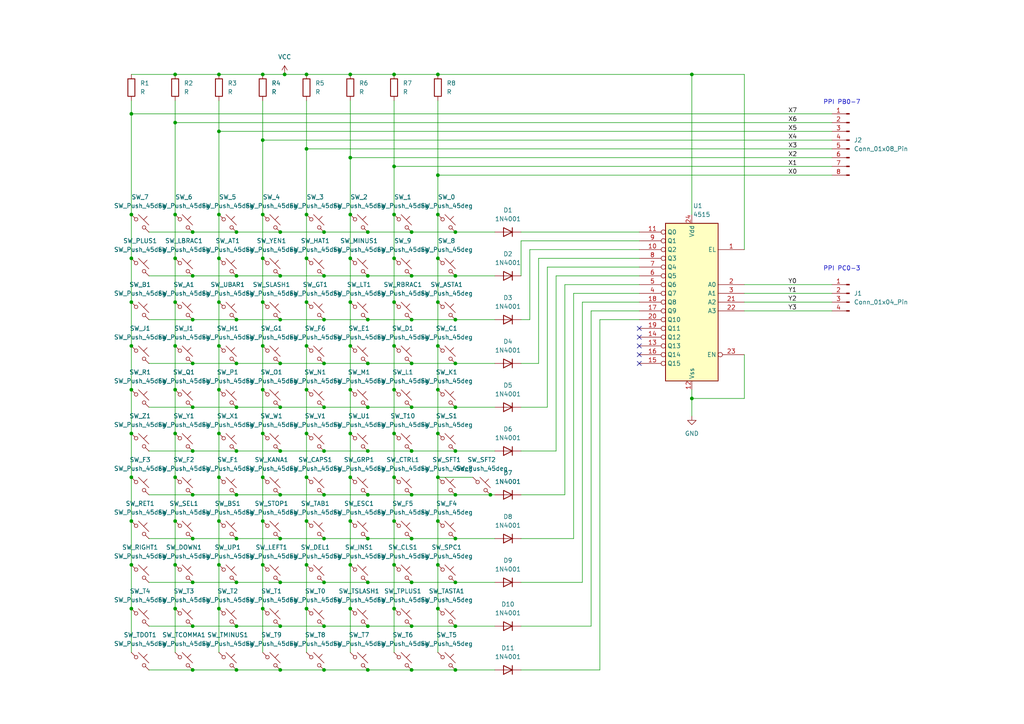
<source format=kicad_sch>
(kicad_sch (version 20230121) (generator eeschema)
  (paper "A4")
  (lib_symbols
    (symbol "4xxx_IEEE:4515"
      (property "Reference" "U" (at 6.35 24.13 0))
      (property "Value" "4515" (at 3.81 -24.13 0))
      (symbol "4515_1_1"
        (pin input line (at -15.24 15.24 0) (length 7.62) (name "EL") (number "1"))
        (pin output inverted (at 15.24 15.24 180) (length 7.62) (name "Q2") (number "10"))
        (pin output inverted (at 15.24 20.32 180) (length 7.62) (name "Q0") (number "11"))
        (pin power_in line (at 0 -25.4 90) (length 2.54) (name "Vss") (number "12"))
        (pin output inverted (at 15.24 -12.7 180) (length 7.62) (name "Q13") (number "13"))
        (pin output inverted (at 15.24 -10.16 180) (length 7.62) (name "Q12") (number "14"))
        (pin output inverted (at 15.24 -17.78 180) (length 7.62) (name "Q15") (number "15"))
        (pin output inverted (at 15.24 -15.24 180) (length 7.62) (name "Q14") (number "16"))
        (pin output inverted (at 15.24 -2.54 180) (length 7.62) (name "Q9") (number "17"))
        (pin output inverted (at 15.24 0 180) (length 7.62) (name "Q8") (number "18"))
        (pin output inverted (at 15.24 -7.62 180) (length 7.62) (name "Q11") (number "19"))
        (pin input line (at -15.24 5.08 0) (length 7.62) (name "A0") (number "2"))
        (pin output inverted (at 15.24 -5.08 180) (length 7.62) (name "Q10") (number "20"))
        (pin input line (at -15.24 0 0) (length 7.62) (name "A2") (number "21"))
        (pin input line (at -15.24 -2.54 0) (length 7.62) (name "A3") (number "22"))
        (pin input inverted (at -15.24 -15.24 0) (length 7.62) (name "EN") (number "23"))
        (pin power_in line (at 0 25.4 270) (length 2.54) (name "Vdd") (number "24"))
        (pin input line (at -15.24 2.54 0) (length 7.62) (name "A1") (number "3"))
        (pin output inverted (at 15.24 2.54 180) (length 7.62) (name "Q7") (number "4"))
        (pin output inverted (at 15.24 5.08 180) (length 7.62) (name "Q6") (number "5"))
        (pin output inverted (at 15.24 7.62 180) (length 7.62) (name "Q5") (number "6"))
        (pin output inverted (at 15.24 10.16 180) (length 7.62) (name "Q4") (number "7"))
        (pin output inverted (at 15.24 12.7 180) (length 7.62) (name "Q3") (number "8"))
        (pin output inverted (at 15.24 17.78 180) (length 7.62) (name "Q1") (number "9"))
      )
    )
    (symbol "Connector:Conn_01x04_Pin" (pin_names (offset 1.016) hide)
      (property "Reference" "J" (at 0 5.08 0))
      (property "Value" "Conn_01x04_Pin" (at 0 -7.62 0))
      (symbol "Conn_01x04_Pin_1_1"
        (pin passive line (at 5.08 2.54 180) (length 3.81) (name "Pin_1") (number "1"))
        (pin passive line (at 5.08 0 180) (length 3.81) (name "Pin_2") (number "2"))
        (pin passive line (at 5.08 -2.54 180) (length 3.81) (name "Pin_3") (number "3"))
        (pin passive line (at 5.08 -5.08 180) (length 3.81) (name "Pin_4") (number "4"))
      )
    )
    (symbol "Connector:Conn_01x08_Pin" (pin_names (offset 1.016) hide)
      (property "Reference" "J" (at 0 10.16 0))
      (property "Value" "Conn_01x08_Pin" (at 0 -12.7 0))
      (symbol "Conn_01x08_Pin_1_1"
        (pin passive line (at 5.08 7.62 180) (length 3.81) (name "Pin_1") (number "1"))
        (pin passive line (at 5.08 5.08 180) (length 3.81) (name "Pin_2") (number "2"))
        (pin passive line (at 5.08 2.54 180) (length 3.81) (name "Pin_3") (number "3"))
        (pin passive line (at 5.08 0 180) (length 3.81) (name "Pin_4") (number "4"))
        (pin passive line (at 5.08 -2.54 180) (length 3.81) (name "Pin_5") (number "5"))
        (pin passive line (at 5.08 -5.08 180) (length 3.81) (name "Pin_6") (number "6"))
        (pin passive line (at 5.08 -7.62 180) (length 3.81) (name "Pin_7") (number "7"))
        (pin passive line (at 5.08 -10.16 180) (length 3.81) (name "Pin_8") (number "8"))
      )
    )
    (symbol "Device:R" (pin_numbers hide) (pin_names (offset 0))
      (property "Reference" "R" (at 2.032 0 90))
      (property "Value" "R" (at 0 0 90))
      (symbol "R_1_1"
        (pin passive line (at 0 3.81 270) (length 1.27) (name "~") (number "1"))
        (pin passive line (at 0 -3.81 90) (length 1.27) (name "~") (number "2"))
      )
    )
    (symbol "Diode:1N4001" (pin_numbers hide) (pin_names hide)
      (property "Reference" "D" (at 0 2.54 0))
      (property "Value" "1N4001" (at 0 -2.54 0))
      (symbol "1N4001_1_1"
        (pin passive line (at -3.81 0 0) (length 2.54) (name "K") (number "1"))
        (pin passive line (at 3.81 0 180) (length 2.54) (name "A") (number "2"))
      )
    )
    (symbol "Switch:SW_Push_45deg" (pin_numbers hide) (pin_names (offset 1.016) hide)
      (property "Reference" "SW" (at 3.048 1.016 0))
      (property "Value" "SW_Push_45deg" (at 0 -3.81 0))
      (symbol "SW_Push_45deg_0_1"
        (pin passive line (at -2.54 2.54 0) (length 0) (name "1") (number "1"))
        (pin passive line (at 2.54 -2.54 180) (length 0) (name "2") (number "2"))
      )
    )
    (symbol "power:GND" (power) (pin_names (offset 0))
      (property "Value" "GND" (at 0 -3.81 0))
      (symbol "GND_1_1"
        (pin power_in line (at 0 0 270) (length 0) hide (name "GND") (number "1"))
      )
    )
    (symbol "power:VCC" (power) (pin_names (offset 0))
      (property "Value" "VCC" (at 0 3.81 0))
      (symbol "VCC_1_1"
        (pin power_in line (at 0 0 90) (length 0) hide (name "VCC") (number "1"))
      )
    )
  )
  (junction (at 55.88 181.61))
  (junction (at 88.9 151.13))
  (junction (at 101.6 151.13))
  (junction (at 76.2 113.03))
  (junction (at 114.3 125.73))
  (junction (at 114.3 48.26))
  (junction (at 76.2 87.63))
  (junction (at 81.28 130.81))
  (junction (at 127 163.83))
  (junction (at 142.24 143.51))
  (junction (at 119.38 118.11))
  (junction (at 63.5 125.73))
  (junction (at 63.5 163.83))
  (junction (at 55.88 143.51))
  (junction (at 114.3 176.53))
  (junction (at 132.08 156.21))
  (junction (at 127 113.03))
  (junction (at 63.5 100.33))
  (junction (at 101.6 176.53))
  (junction (at 88.9 113.03))
  (junction (at 38.1 113.03))
  (junction (at 76.2 138.43))
  (junction (at 93.98 130.81))
  (junction (at 38.1 138.43))
  (junction (at 88.9 163.83))
  (junction (at 68.58 143.51))
  (junction (at 68.58 92.71))
  (junction (at 63.5 74.93))
  (junction (at 76.2 151.13))
  (junction (at 76.2 74.93))
  (junction (at 114.3 113.03))
  (junction (at 76.2 40.64))
  (junction (at 38.1 125.73))
  (junction (at 50.8 62.23))
  (junction (at 132.08 118.11))
  (junction (at 127 125.73))
  (junction (at 101.6 21.59))
  (junction (at 106.68 130.81))
  (junction (at 132.08 143.51))
  (junction (at 101.6 163.83))
  (junction (at 101.6 125.73))
  (junction (at 76.2 62.23))
  (junction (at 68.58 118.11))
  (junction (at 114.3 87.63))
  (junction (at 132.08 194.31))
  (junction (at 119.38 130.81))
  (junction (at 132.08 130.81))
  (junction (at 50.8 113.03))
  (junction (at 50.8 87.63))
  (junction (at 106.68 143.51))
  (junction (at 119.38 181.61))
  (junction (at 38.1 100.33))
  (junction (at 63.5 21.59))
  (junction (at 81.28 156.21))
  (junction (at 55.88 168.91))
  (junction (at 127 151.13))
  (junction (at 76.2 163.83))
  (junction (at 114.3 163.83))
  (junction (at 93.98 194.31))
  (junction (at 68.58 105.41))
  (junction (at 81.28 67.31))
  (junction (at 50.8 35.56))
  (junction (at 114.3 138.43))
  (junction (at 81.28 105.41))
  (junction (at 114.3 100.33))
  (junction (at 55.88 156.21))
  (junction (at 132.08 181.61))
  (junction (at 93.98 92.71))
  (junction (at 119.38 105.41))
  (junction (at 81.28 168.91))
  (junction (at 114.3 62.23))
  (junction (at 82.55 21.59))
  (junction (at 81.28 143.51))
  (junction (at 55.88 105.41))
  (junction (at 50.8 125.73))
  (junction (at 119.38 168.91))
  (junction (at 50.8 74.93))
  (junction (at 88.9 125.73))
  (junction (at 93.98 118.11))
  (junction (at 38.1 87.63))
  (junction (at 50.8 163.83))
  (junction (at 101.6 113.03))
  (junction (at 114.3 74.93))
  (junction (at 93.98 156.21))
  (junction (at 88.9 21.59))
  (junction (at 132.08 92.71))
  (junction (at 38.1 176.53))
  (junction (at 132.08 80.01))
  (junction (at 119.38 67.31))
  (junction (at 50.8 100.33))
  (junction (at 50.8 151.13))
  (junction (at 76.2 125.73))
  (junction (at 50.8 21.59))
  (junction (at 114.3 21.59))
  (junction (at 38.1 163.83))
  (junction (at 76.2 100.33))
  (junction (at 106.68 118.11))
  (junction (at 55.88 194.31))
  (junction (at 106.68 92.71))
  (junction (at 38.1 74.93))
  (junction (at 63.5 62.23))
  (junction (at 88.9 100.33))
  (junction (at 81.28 181.61))
  (junction (at 68.58 194.31))
  (junction (at 101.6 45.72))
  (junction (at 55.88 130.81))
  (junction (at 88.9 74.93))
  (junction (at 50.8 176.53))
  (junction (at 119.38 194.31))
  (junction (at 88.9 87.63))
  (junction (at 101.6 100.33))
  (junction (at 81.28 92.71))
  (junction (at 81.28 194.31))
  (junction (at 88.9 176.53))
  (junction (at 63.5 38.1))
  (junction (at 63.5 138.43))
  (junction (at 68.58 67.31))
  (junction (at 50.8 138.43))
  (junction (at 68.58 181.61))
  (junction (at 93.98 181.61))
  (junction (at 127 21.59))
  (junction (at 93.98 168.91))
  (junction (at 55.88 80.01))
  (junction (at 127 100.33))
  (junction (at 68.58 130.81))
  (junction (at 55.88 92.71))
  (junction (at 119.38 80.01))
  (junction (at 106.68 80.01))
  (junction (at 127 50.8))
  (junction (at 93.98 105.41))
  (junction (at 38.1 33.02))
  (junction (at 106.68 168.91))
  (junction (at 101.6 62.23))
  (junction (at 38.1 62.23))
  (junction (at 63.5 113.03))
  (junction (at 68.58 168.91))
  (junction (at 127 138.43))
  (junction (at 88.9 138.43))
  (junction (at 55.88 118.11))
  (junction (at 55.88 67.31))
  (junction (at 101.6 138.43))
  (junction (at 81.28 80.01))
  (junction (at 81.28 118.11))
  (junction (at 127 62.23))
  (junction (at 119.38 92.71))
  (junction (at 93.98 80.01))
  (junction (at 63.5 176.53))
  (junction (at 127 74.93))
  (junction (at 76.2 21.59))
  (junction (at 132.08 105.41))
  (junction (at 101.6 87.63))
  (junction (at 101.6 74.93))
  (junction (at 68.58 156.21))
  (junction (at 106.68 105.41))
  (junction (at 63.5 151.13))
  (junction (at 106.68 67.31))
  (junction (at 114.3 151.13))
  (junction (at 88.9 62.23))
  (junction (at 88.9 43.18))
  (junction (at 127 87.63))
  (junction (at 119.38 143.51))
  (junction (at 106.68 156.21))
  (junction (at 106.68 181.61))
  (junction (at 68.58 80.01))
  (junction (at 38.1 151.13))
  (junction (at 132.08 168.91))
  (junction (at 106.68 194.31))
  (junction (at 200.66 21.59))
  (junction (at 127 176.53))
  (junction (at 132.08 67.31))
  (junction (at 93.98 143.51))
  (junction (at 76.2 176.53))
  (junction (at 119.38 156.21))
  (junction (at 200.66 115.57))
  (junction (at 63.5 87.63))
  (junction (at 93.98 67.31))
  (no_connect (at 185.42 97.79))
  (no_connect (at 185.42 102.87))
  (no_connect (at 185.42 105.41))
  (no_connect (at 185.42 95.25))
  (no_connect (at 185.42 100.33))
  (wire (pts (xy 163.83 82.55) (xy 163.83 143.51)))
  (wire (pts (xy 200.66 21.59) (xy 200.66 62.23)))
  (wire (pts (xy 68.58 105.41) (xy 81.28 105.41)))
  (wire (pts (xy 88.9 138.43) (xy 88.9 151.13)))
  (wire (pts (xy 81.28 130.81) (xy 93.98 130.81)))
  (wire (pts (xy 76.2 113.03) (xy 76.2 125.73)))
  (wire (pts (xy 119.38 194.31) (xy 132.08 194.31)))
  (wire (pts (xy 63.5 151.13) (xy 63.5 163.83)))
  (wire (pts (xy 132.08 67.31) (xy 143.51 67.31)))
  (wire (pts (xy 63.5 138.43) (xy 63.5 151.13)))
  (wire (pts (xy 93.98 130.81) (xy 106.68 130.81)))
  (wire (pts (xy 106.68 181.61) (xy 119.38 181.61)))
  (wire (pts (xy 88.9 176.53) (xy 88.9 189.23)))
  (wire (pts (xy 106.68 194.31) (xy 119.38 194.31)))
  (wire (pts (xy 114.3 125.73) (xy 114.3 138.43)))
  (wire (pts (xy 55.88 194.31) (xy 68.58 194.31)))
  (wire (pts (xy 50.8 100.33) (xy 50.8 113.03)))
  (wire (pts (xy 81.28 118.11) (xy 93.98 118.11)))
  (wire (pts (xy 38.1 138.43) (xy 38.1 151.13)))
  (wire (pts (xy 185.42 92.71) (xy 173.99 92.71)))
  (wire (pts (xy 106.68 156.21) (xy 119.38 156.21)))
  (wire (pts (xy 76.2 40.64) (xy 241.3 40.64)))
  (wire (pts (xy 76.2 40.64) (xy 76.2 62.23)))
  (wire (pts (xy 101.6 100.33) (xy 101.6 113.03)))
  (wire (pts (xy 106.68 168.91) (xy 119.38 168.91)))
  (wire (pts (xy 55.88 118.11) (xy 68.58 118.11)))
  (wire (pts (xy 76.2 100.33) (xy 76.2 113.03)))
  (wire (pts (xy 127 29.21) (xy 127 50.8)))
  (wire (pts (xy 88.9 29.21) (xy 88.9 43.18)))
  (wire (pts (xy 38.1 74.93) (xy 38.1 87.63)))
  (wire (pts (xy 63.5 176.53) (xy 63.5 189.23)))
  (wire (pts (xy 119.38 168.91) (xy 132.08 168.91)))
  (wire (pts (xy 185.42 74.93) (xy 156.21 74.93)))
  (wire (pts (xy 215.9 87.63) (xy 241.3 87.63)))
  (wire (pts (xy 185.42 87.63) (xy 168.91 87.63)))
  (wire (pts (xy 119.38 80.01) (xy 132.08 80.01)))
  (wire (pts (xy 76.2 87.63) (xy 76.2 100.33)))
  (wire (pts (xy 43.18 143.51) (xy 55.88 143.51)))
  (wire (pts (xy 114.3 74.93) (xy 114.3 87.63)))
  (wire (pts (xy 81.28 67.31) (xy 93.98 67.31)))
  (wire (pts (xy 127 113.03) (xy 127 125.73)))
  (wire (pts (xy 101.6 176.53) (xy 101.6 189.23)))
  (wire (pts (xy 101.6 29.21) (xy 101.6 45.72)))
  (wire (pts (xy 81.28 156.21) (xy 93.98 156.21)))
  (wire (pts (xy 50.8 35.56) (xy 241.3 35.56)))
  (wire (pts (xy 185.42 80.01) (xy 161.29 80.01)))
  (wire (pts (xy 63.5 113.03) (xy 63.5 125.73)))
  (wire (pts (xy 101.6 151.13) (xy 101.6 163.83)))
  (wire (pts (xy 63.5 74.93) (xy 63.5 87.63)))
  (wire (pts (xy 38.1 33.02) (xy 241.3 33.02)))
  (wire (pts (xy 106.68 143.51) (xy 119.38 143.51)))
  (wire (pts (xy 38.1 62.23) (xy 38.1 74.93)))
  (wire (pts (xy 106.68 92.71) (xy 119.38 92.71)))
  (wire (pts (xy 156.21 105.41) (xy 151.13 105.41)))
  (wire (pts (xy 50.8 74.93) (xy 50.8 87.63)))
  (wire (pts (xy 114.3 138.43) (xy 114.3 151.13)))
  (wire (pts (xy 114.3 113.03) (xy 114.3 125.73)))
  (wire (pts (xy 215.9 72.39) (xy 215.9 21.59)))
  (wire (pts (xy 101.6 21.59) (xy 114.3 21.59)))
  (wire (pts (xy 38.1 125.73) (xy 38.1 138.43)))
  (wire (pts (xy 185.42 90.17) (xy 171.45 90.17)))
  (wire (pts (xy 101.6 62.23) (xy 101.6 74.93)))
  (wire (pts (xy 38.1 100.33) (xy 38.1 113.03)))
  (wire (pts (xy 127 163.83) (xy 127 176.53)))
  (wire (pts (xy 119.38 143.51) (xy 132.08 143.51)))
  (wire (pts (xy 76.2 62.23) (xy 76.2 74.93)))
  (wire (pts (xy 68.58 118.11) (xy 81.28 118.11)))
  (wire (pts (xy 114.3 21.59) (xy 127 21.59)))
  (wire (pts (xy 81.28 143.51) (xy 93.98 143.51)))
  (wire (pts (xy 132.08 181.61) (xy 143.51 181.61)))
  (wire (pts (xy 55.88 67.31) (xy 68.58 67.31)))
  (wire (pts (xy 43.18 194.31) (xy 55.88 194.31)))
  (wire (pts (xy 63.5 21.59) (xy 76.2 21.59)))
  (wire (pts (xy 153.67 72.39) (xy 153.67 92.71)))
  (wire (pts (xy 68.58 80.01) (xy 81.28 80.01)))
  (wire (pts (xy 55.88 143.51) (xy 68.58 143.51)))
  (wire (pts (xy 114.3 29.21) (xy 114.3 48.26)))
  (wire (pts (xy 55.88 156.21) (xy 68.58 156.21)))
  (wire (pts (xy 127 50.8) (xy 241.3 50.8)))
  (wire (pts (xy 43.18 92.71) (xy 55.88 92.71)))
  (wire (pts (xy 119.38 92.71) (xy 132.08 92.71)))
  (wire (pts (xy 43.18 168.91) (xy 55.88 168.91)))
  (wire (pts (xy 119.38 105.41) (xy 132.08 105.41)))
  (wire (pts (xy 50.8 176.53) (xy 50.8 189.23)))
  (wire (pts (xy 185.42 69.85) (xy 151.13 69.85)))
  (wire (pts (xy 81.28 92.71) (xy 93.98 92.71)))
  (wire (pts (xy 81.28 181.61) (xy 93.98 181.61)))
  (wire (pts (xy 76.2 138.43) (xy 76.2 151.13)))
  (wire (pts (xy 55.88 130.81) (xy 68.58 130.81)))
  (wire (pts (xy 215.9 90.17) (xy 241.3 90.17)))
  (wire (pts (xy 50.8 87.63) (xy 50.8 100.33)))
  (wire (pts (xy 38.1 21.59) (xy 50.8 21.59)))
  (wire (pts (xy 132.08 80.01) (xy 143.51 80.01)))
  (wire (pts (xy 151.13 69.85) (xy 151.13 80.01)))
  (wire (pts (xy 106.68 67.31) (xy 119.38 67.31)))
  (wire (pts (xy 171.45 181.61) (xy 151.13 181.61)))
  (wire (pts (xy 76.2 29.21) (xy 76.2 40.64)))
  (wire (pts (xy 114.3 163.83) (xy 114.3 176.53)))
  (wire (pts (xy 76.2 21.59) (xy 82.55 21.59)))
  (wire (pts (xy 166.37 85.09) (xy 166.37 156.21)))
  (wire (pts (xy 50.8 62.23) (xy 50.8 74.93)))
  (wire (pts (xy 119.38 67.31) (xy 132.08 67.31)))
  (wire (pts (xy 132.08 92.71) (xy 143.51 92.71)))
  (wire (pts (xy 215.9 115.57) (xy 200.66 115.57)))
  (wire (pts (xy 43.18 156.21) (xy 55.88 156.21)))
  (wire (pts (xy 161.29 130.81) (xy 151.13 130.81)))
  (wire (pts (xy 63.5 163.83) (xy 63.5 176.53)))
  (wire (pts (xy 127 176.53) (xy 127 189.23)))
  (wire (pts (xy 127 138.43) (xy 137.16 138.43)))
  (wire (pts (xy 43.18 67.31) (xy 55.88 67.31)))
  (wire (pts (xy 101.6 74.93) (xy 101.6 87.63)))
  (wire (pts (xy 63.5 125.73) (xy 63.5 138.43)))
  (wire (pts (xy 55.88 92.71) (xy 68.58 92.71)))
  (wire (pts (xy 55.88 181.61) (xy 68.58 181.61)))
  (wire (pts (xy 43.18 130.81) (xy 55.88 130.81)))
  (wire (pts (xy 101.6 45.72) (xy 101.6 62.23)))
  (wire (pts (xy 43.18 181.61) (xy 55.88 181.61)))
  (wire (pts (xy 153.67 92.71) (xy 151.13 92.71)))
  (wire (pts (xy 119.38 118.11) (xy 132.08 118.11)))
  (wire (pts (xy 127 50.8) (xy 127 62.23)))
  (wire (pts (xy 173.99 194.31) (xy 151.13 194.31)))
  (wire (pts (xy 43.18 105.41) (xy 55.88 105.41)))
  (wire (pts (xy 50.8 151.13) (xy 50.8 163.83)))
  (wire (pts (xy 185.42 85.09) (xy 166.37 85.09)))
  (wire (pts (xy 171.45 90.17) (xy 171.45 181.61)))
  (wire (pts (xy 88.9 87.63) (xy 88.9 100.33)))
  (wire (pts (xy 81.28 105.41) (xy 93.98 105.41)))
  (wire (pts (xy 106.68 118.11) (xy 119.38 118.11)))
  (wire (pts (xy 68.58 130.81) (xy 81.28 130.81)))
  (wire (pts (xy 88.9 21.59) (xy 101.6 21.59)))
  (wire (pts (xy 93.98 80.01) (xy 106.68 80.01)))
  (wire (pts (xy 50.8 163.83) (xy 50.8 176.53)))
  (wire (pts (xy 63.5 87.63) (xy 63.5 100.33)))
  (wire (pts (xy 127 87.63) (xy 127 100.33)))
  (wire (pts (xy 101.6 113.03) (xy 101.6 125.73)))
  (wire (pts (xy 132.08 105.41) (xy 143.51 105.41)))
  (wire (pts (xy 114.3 48.26) (xy 241.3 48.26)))
  (wire (pts (xy 132.08 156.21) (xy 143.51 156.21)))
  (wire (pts (xy 93.98 105.41) (xy 106.68 105.41)))
  (wire (pts (xy 93.98 92.71) (xy 106.68 92.71)))
  (wire (pts (xy 127 74.93) (xy 127 87.63)))
  (wire (pts (xy 158.75 77.47) (xy 158.75 118.11)))
  (wire (pts (xy 55.88 105.41) (xy 68.58 105.41)))
  (wire (pts (xy 106.68 105.41) (xy 119.38 105.41)))
  (wire (pts (xy 38.1 113.03) (xy 38.1 125.73)))
  (wire (pts (xy 168.91 168.91) (xy 151.13 168.91)))
  (wire (pts (xy 101.6 45.72) (xy 241.3 45.72)))
  (wire (pts (xy 43.18 118.11) (xy 55.88 118.11)))
  (wire (pts (xy 163.83 143.51) (xy 151.13 143.51)))
  (wire (pts (xy 114.3 176.53) (xy 114.3 189.23)))
  (wire (pts (xy 127 151.13) (xy 127 163.83)))
  (wire (pts (xy 93.98 156.21) (xy 106.68 156.21)))
  (wire (pts (xy 76.2 176.53) (xy 76.2 189.23)))
  (wire (pts (xy 88.9 163.83) (xy 88.9 176.53)))
  (wire (pts (xy 101.6 125.73) (xy 101.6 138.43)))
  (wire (pts (xy 119.38 130.81) (xy 132.08 130.81)))
  (wire (pts (xy 88.9 100.33) (xy 88.9 113.03)))
  (wire (pts (xy 43.18 80.01) (xy 55.88 80.01)))
  (wire (pts (xy 215.9 102.87) (xy 215.9 115.57)))
  (wire (pts (xy 215.9 85.09) (xy 241.3 85.09)))
  (wire (pts (xy 158.75 118.11) (xy 151.13 118.11)))
  (wire (pts (xy 93.98 194.31) (xy 106.68 194.31)))
  (wire (pts (xy 127 138.43) (xy 127 151.13)))
  (wire (pts (xy 132.08 118.11) (xy 143.51 118.11)))
  (wire (pts (xy 50.8 125.73) (xy 50.8 138.43)))
  (wire (pts (xy 88.9 43.18) (xy 88.9 62.23)))
  (wire (pts (xy 38.1 176.53) (xy 38.1 189.23)))
  (wire (pts (xy 151.13 67.31) (xy 185.42 67.31)))
  (wire (pts (xy 50.8 21.59) (xy 63.5 21.59)))
  (wire (pts (xy 142.24 143.51) (xy 143.51 143.51)))
  (wire (pts (xy 101.6 163.83) (xy 101.6 176.53)))
  (wire (pts (xy 81.28 194.31) (xy 93.98 194.31)))
  (wire (pts (xy 106.68 130.81) (xy 119.38 130.81)))
  (wire (pts (xy 63.5 100.33) (xy 63.5 113.03)))
  (wire (pts (xy 68.58 194.31) (xy 81.28 194.31)))
  (wire (pts (xy 132.08 194.31) (xy 143.51 194.31)))
  (wire (pts (xy 68.58 156.21) (xy 81.28 156.21)))
  (wire (pts (xy 114.3 62.23) (xy 114.3 74.93)))
  (wire (pts (xy 93.98 143.51) (xy 106.68 143.51)))
  (wire (pts (xy 127 62.23) (xy 127 74.93)))
  (wire (pts (xy 106.68 80.01) (xy 119.38 80.01)))
  (wire (pts (xy 55.88 80.01) (xy 68.58 80.01)))
  (wire (pts (xy 55.88 168.91) (xy 68.58 168.91)))
  (wire (pts (xy 50.8 138.43) (xy 50.8 151.13)))
  (wire (pts (xy 93.98 118.11) (xy 106.68 118.11)))
  (wire (pts (xy 88.9 113.03) (xy 88.9 125.73)))
  (wire (pts (xy 81.28 168.91) (xy 93.98 168.91)))
  (wire (pts (xy 88.9 62.23) (xy 88.9 74.93)))
  (wire (pts (xy 101.6 138.43) (xy 101.6 151.13)))
  (wire (pts (xy 50.8 35.56) (xy 50.8 62.23)))
  (wire (pts (xy 68.58 168.91) (xy 81.28 168.91)))
  (wire (pts (xy 38.1 151.13) (xy 38.1 163.83)))
  (wire (pts (xy 132.08 143.51) (xy 142.24 143.51)))
  (wire (pts (xy 50.8 113.03) (xy 50.8 125.73)))
  (wire (pts (xy 215.9 21.59) (xy 200.66 21.59)))
  (wire (pts (xy 93.98 168.91) (xy 106.68 168.91)))
  (wire (pts (xy 119.38 181.61) (xy 132.08 181.61)))
  (wire (pts (xy 185.42 72.39) (xy 153.67 72.39)))
  (wire (pts (xy 93.98 181.61) (xy 106.68 181.61)))
  (wire (pts (xy 68.58 143.51) (xy 81.28 143.51)))
  (wire (pts (xy 38.1 29.21) (xy 38.1 33.02)))
  (wire (pts (xy 127 21.59) (xy 200.66 21.59)))
  (wire (pts (xy 76.2 125.73) (xy 76.2 138.43)))
  (wire (pts (xy 68.58 67.31) (xy 81.28 67.31)))
  (wire (pts (xy 50.8 29.21) (xy 50.8 35.56)))
  (wire (pts (xy 185.42 77.47) (xy 158.75 77.47)))
  (wire (pts (xy 68.58 181.61) (xy 81.28 181.61)))
  (wire (pts (xy 161.29 80.01) (xy 161.29 130.81)))
  (wire (pts (xy 63.5 62.23) (xy 63.5 74.93)))
  (wire (pts (xy 185.42 82.55) (xy 163.83 82.55)))
  (wire (pts (xy 76.2 74.93) (xy 76.2 87.63)))
  (wire (pts (xy 168.91 87.63) (xy 168.91 168.91)))
  (wire (pts (xy 215.9 82.55) (xy 241.3 82.55)))
  (wire (pts (xy 63.5 38.1) (xy 63.5 62.23)))
  (wire (pts (xy 38.1 33.02) (xy 38.1 62.23)))
  (wire (pts (xy 101.6 87.63) (xy 101.6 100.33)))
  (wire (pts (xy 114.3 48.26) (xy 114.3 62.23)))
  (wire (pts (xy 63.5 38.1) (xy 241.3 38.1)))
  (wire (pts (xy 132.08 130.81) (xy 143.51 130.81)))
  (wire (pts (xy 68.58 92.71) (xy 81.28 92.71)))
  (wire (pts (xy 38.1 163.83) (xy 38.1 176.53)))
  (wire (pts (xy 88.9 125.73) (xy 88.9 138.43)))
  (wire (pts (xy 82.55 21.59) (xy 88.9 21.59)))
  (wire (pts (xy 88.9 151.13) (xy 88.9 163.83)))
  (wire (pts (xy 114.3 87.63) (xy 114.3 100.33)))
  (wire (pts (xy 76.2 151.13) (xy 76.2 163.83)))
  (wire (pts (xy 166.37 156.21) (xy 151.13 156.21)))
  (wire (pts (xy 156.21 74.93) (xy 156.21 105.41)))
  (wire (pts (xy 173.99 92.71) (xy 173.99 194.31)))
  (wire (pts (xy 63.5 29.21) (xy 63.5 38.1)))
  (wire (pts (xy 114.3 100.33) (xy 114.3 113.03)))
  (wire (pts (xy 38.1 87.63) (xy 38.1 100.33)))
  (wire (pts (xy 119.38 156.21) (xy 132.08 156.21)))
  (wire (pts (xy 88.9 74.93) (xy 88.9 87.63)))
  (wire (pts (xy 127 125.73) (xy 127 138.43)))
  (wire (pts (xy 93.98 67.31) (xy 106.68 67.31)))
  (wire (pts (xy 81.28 80.01) (xy 93.98 80.01)))
  (wire (pts (xy 200.66 115.57) (xy 200.66 113.03)))
  (wire (pts (xy 88.9 43.18) (xy 241.3 43.18)))
  (wire (pts (xy 127 100.33) (xy 127 113.03)))
  (wire (pts (xy 76.2 163.83) (xy 76.2 176.53)))
  (wire (pts (xy 114.3 151.13) (xy 114.3 163.83)))
  (wire (pts (xy 132.08 168.91) (xy 143.51 168.91)))
  (wire (pts (xy 200.66 120.65) (xy 200.66 115.57)))
  (text "PPI PC0-3" (at 238.76 78.74 0) (effects (font (size 1.27 1.27)) (justify left bottom)))
  (text "PPI PB0-7" (at 238.76 30.48 0) (effects (font (size 1.27 1.27)) (justify left bottom)))
  (label "Y0" (at 228.6 82.55 0))
  (label "Y2" (at 228.6 87.63 0))
  (label "X1" (at 228.6 48.26 0))
  (label "Y3" (at 228.6 90.17 0))
  (label "Y1" (at 228.6 85.09 0))
  (label "X2" (at 228.6 45.72 0))
  (label "X3" (at 228.6 43.18 0))
  (label "X6" (at 228.6 35.56 0))
  (label "X0" (at 228.6 50.8 0))
  (label "X5" (at 228.6 38.1 0))
  (label "X7" (at 228.6 33.02 0))
  (label "X4" (at 228.6 40.64 0))
  (symbol (lib_id "Switch:SW_Push_45deg") (at 66.04 166.37 0) (unit 1)
    (property "Reference" "SW_UP1" (at 66.04 158.75 0))
    (property "Value" "SW_Push_45deg" (at 66.04 161.29 0))
    (property "Footprint" "1-Keyboard:CherryMX_1.25U" (effects hide))
  )
  (symbol (lib_id "Switch:SW_Push_45deg") (at 53.34 77.47 0) (unit 1)
    (property "Reference" "SW_LBRAC1" (at 53.34 69.85 0))
    (property "Value" "SW_Push_45deg" (at 53.34 72.39 0))
    (property "Footprint" "1-Keyboard:CherryMX_1.25U" (effects hide))
  )
  (symbol (lib_id "Switch:SW_Push_45deg") (at 78.74 102.87 0) (unit 1)
    (property "Reference" "SW_G1" (at 78.74 95.25 0))
    (property "Value" "SW_Push_45deg" (at 78.74 97.79 0))
    (property "Footprint" "1-Keyboard:CherryMX_1.25U" (effects hide))
  )
  (symbol (lib_id "Switch:SW_Push_45deg") (at 104.14 179.07 0) (unit 1)
    (property "Reference" "SW_TSLASH1" (at 104.14 171.45 0))
    (property "Value" "SW_Push_45deg" (at 104.14 173.99 0))
    (property "Footprint" "1-Keyboard:CherryMX_1.25U" (effects hide))
  )
  (symbol (lib_id "Diode:1N4001") (at 147.32 143.51 180) (unit 1)
    (property "Reference" "D7" (at 147.32 137.16 0))
    (property "Value" "1N4001" (at 147.32 139.7 0))
    (property "Footprint" "Diode_THT:D_DO-41_SOD81_P10.16mm_Horizontal" (effects hide))
    (property "Datasheet" "http://www.vishay.com/docs/88503/1n4001.pdf" (effects hide))
    (property "Sim.Device" "D" (effects hide))
    (property "Sim.Pins" "1=K 2=A" (effects hide))
  )
  (symbol (lib_id "Switch:SW_Push_45deg") (at 53.34 102.87 0) (unit 1)
    (property "Reference" "SW_I1" (at 53.34 95.25 0))
    (property "Value" "SW_Push_45deg" (at 53.34 97.79 0))
    (property "Footprint" "1-Keyboard:CherryMX_1.25U" (effects hide))
  )
  (symbol (lib_id "Switch:SW_Push_45deg") (at 104.14 102.87 0) (unit 1)
    (property "Reference" "SW_E1" (at 104.14 95.25 0))
    (property "Value" "SW_Push_45deg" (at 104.14 97.79 0))
    (property "Footprint" "1-Keyboard:CherryMX_1.25U" (effects hide))
  )
  (symbol (lib_id "Switch:SW_Push_45deg") (at 104.14 140.97 0) (unit 1)
    (property "Reference" "SW_GRP1" (at 104.14 133.35 0))
    (property "Value" "SW_Push_45deg" (at 104.14 135.89 0))
    (property "Footprint" "1-Keyboard:CherryMX_1.25U" (effects hide))
  )
  (symbol (lib_id "Switch:SW_Push_45deg") (at 40.64 102.87 0) (unit 1)
    (property "Reference" "SW_J1" (at 40.64 95.25 0))
    (property "Value" "SW_Push_45deg" (at 40.64 97.79 0))
    (property "Footprint" "1-Keyboard:CherryMX_1.25U" (effects hide))
  )
  (symbol (lib_id "Switch:SW_Push_45deg") (at 129.54 166.37 0) (unit 1)
    (property "Reference" "SW_SPC1" (at 129.54 158.75 0))
    (property "Value" "SW_Push_45deg" (at 129.54 161.29 0))
    (property "Footprint" "1-Keyboard:CherryMX_1.25U" (effects hide))
  )
  (symbol (lib_id "Switch:SW_Push_45deg") (at 40.64 115.57 0) (unit 1)
    (property "Reference" "SW_R1" (at 40.64 107.95 0))
    (property "Value" "SW_Push_45deg" (at 40.64 110.49 0))
    (property "Footprint" "1-Keyboard:CherryMX_1.25U" (effects hide))
  )
  (symbol (lib_id "Switch:SW_Push_45deg") (at 116.84 77.47 0) (unit 1)
    (property "Reference" "SW_9" (at 116.84 69.85 0))
    (property "Value" "SW_Push_45deg" (at 116.84 72.39 0))
    (property "Footprint" "1-Keyboard:CherryMX_1.25U" (effects hide))
  )
  (symbol (lib_id "Switch:SW_Push_45deg") (at 40.64 166.37 0) (unit 1)
    (property "Reference" "SW_RIGHT1" (at 40.64 158.75 0))
    (property "Value" "SW_Push_45deg" (at 40.64 161.29 0))
    (property "Footprint" "1-Keyboard:CherryMX_1.25U" (effects hide))
  )
  (symbol (lib_id "Switch:SW_Push_45deg") (at 116.84 90.17 0) (unit 1)
    (property "Reference" "SW_RBRAC1" (at 116.84 82.55 0))
    (property "Value" "SW_Push_45deg" (at 116.84 85.09 0))
    (property "Footprint" "1-Keyboard:CherryMX_1.25U" (effects hide))
  )
  (symbol (lib_id "Switch:SW_Push_45deg") (at 66.04 115.57 0) (unit 1)
    (property "Reference" "SW_P1" (at 66.04 107.95 0))
    (property "Value" "SW_Push_45deg" (at 66.04 110.49 0))
    (property "Footprint" "1-Keyboard:CherryMX_1.25U" (effects hide))
  )
  (symbol (lib_id "Switch:SW_Push_45deg") (at 78.74 191.77 0) (unit 1)
    (property "Reference" "SW_T9" (at 78.74 184.15 0))
    (property "Value" "SW_Push_45deg" (at 78.74 186.69 0))
    (property "Footprint" "1-Keyboard:CherryMX_1.25U" (effects hide))
  )
  (symbol (lib_id "Switch:SW_Push_45deg") (at 129.54 179.07 0) (unit 1)
    (property "Reference" "SW_TASTA1" (at 129.54 171.45 0))
    (property "Value" "SW_Push_45deg" (at 129.54 173.99 0))
    (property "Footprint" "1-Keyboard:CherryMX_1.25U" (effects hide))
  )
  (symbol (lib_id "Switch:SW_Push_45deg") (at 78.74 115.57 0) (unit 1)
    (property "Reference" "SW_O1" (at 78.74 107.95 0))
    (property "Value" "SW_Push_45deg" (at 78.74 110.49 0))
    (property "Footprint" "1-Keyboard:CherryMX_1.25U" (effects hide))
  )
  (symbol (lib_id "Switch:SW_Push_45deg") (at 91.44 166.37 0) (unit 1)
    (property "Reference" "SW_DEL1" (at 91.44 158.75 0))
    (property "Value" "SW_Push_45deg" (at 91.44 161.29 0))
    (property "Footprint" "1-Keyboard:CherryMX_1.25U" (effects hide))
  )
  (symbol (lib_id "Switch:SW_Push_45deg") (at 91.44 128.27 0) (unit 1)
    (property "Reference" "SW_V1" (at 91.44 120.65 0))
    (property "Value" "SW_Push_45deg" (at 91.44 123.19 0))
    (property "Footprint" "1-Keyboard:CherryMX_1.25U" (effects hide))
  )
  (symbol (lib_id "4xxx_IEEE:4515") (at 200.66 87.63 0) (mirror y) (unit 1)
    (property "Reference" "U1" (at 201.0059 59.69 0) (effects (justify right)))
    (property "Value" "4515" (at 201.0059 62.23 0) (effects (justify right)))
    (property "Footprint" "Package_SO:SOP-24_7.5x15.4mm_P1.27mm" (effects hide))
  )
  (symbol (lib_id "Switch:SW_Push_45deg") (at 104.14 166.37 0) (unit 1)
    (property "Reference" "SW_INS1" (at 104.14 158.75 0))
    (property "Value" "SW_Push_45deg" (at 104.14 161.29 0))
    (property "Footprint" "1-Keyboard:CherryMX_1.25U" (effects hide))
  )
  (symbol (lib_id "Switch:SW_Push_45deg") (at 91.44 115.57 0) (unit 1)
    (property "Reference" "SW_N1" (at 91.44 107.95 0))
    (property "Value" "SW_Push_45deg" (at 91.44 110.49 0))
    (property "Footprint" "1-Keyboard:CherryMX_1.25U" (effects hide))
  )
  (symbol (lib_id "Switch:SW_Push_45deg") (at 116.84 179.07 0) (unit 1)
    (property "Reference" "SW_TPLUS1" (at 116.84 171.45 0))
    (property "Value" "SW_Push_45deg" (at 116.84 173.99 0))
    (property "Footprint" "1-Keyboard:CherryMX_1.25U" (effects hide))
  )
  (symbol (lib_id "Switch:SW_Push_45deg") (at 78.74 166.37 0) (unit 1)
    (property "Reference" "SW_LEFT1" (at 78.74 158.75 0))
    (property "Value" "SW_Push_45deg" (at 78.74 161.29 0))
    (property "Footprint" "1-Keyboard:CherryMX_1.25U" (effects hide))
  )
  (symbol (lib_id "Switch:SW_Push_45deg") (at 66.04 64.77 0) (unit 1)
    (property "Reference" "SW_5" (at 66.04 57.15 0))
    (property "Value" "SW_Push_45deg" (at 66.04 59.69 0))
    (property "Footprint" "1-Keyboard:CherryMX_1.25U" (effects hide))
  )
  (symbol (lib_id "Switch:SW_Push_45deg") (at 40.64 128.27 0) (unit 1)
    (property "Reference" "SW_Z1" (at 40.64 120.65 0))
    (property "Value" "SW_Push_45deg" (at 40.64 123.19 0))
    (property "Footprint" "1-Keyboard:CherryMX_1.25U" (effects hide))
  )
  (symbol (lib_id "Switch:SW_Push_45deg") (at 91.44 191.77 0) (unit 1)
    (property "Reference" "SW_T8" (at 91.44 184.15 0))
    (property "Value" "SW_Push_45deg" (at 91.44 186.69 0))
    (property "Footprint" "1-Keyboard:CherryMX_1.25U" (effects hide))
  )
  (symbol (lib_id "Switch:SW_Push_45deg") (at 116.84 140.97 0) (unit 1)
    (property "Reference" "SW_CTRL1" (at 116.84 133.35 0))
    (property "Value" "SW_Push_45deg" (at 116.84 135.89 0))
    (property "Footprint" "1-Keyboard:CherryMX_1.25U" (effects hide))
  )
  (symbol (lib_id "Switch:SW_Push_45deg") (at 78.74 77.47 0) (unit 1)
    (property "Reference" "SW_YEN1" (at 78.74 69.85 0))
    (property "Value" "SW_Push_45deg" (at 78.74 72.39 0))
    (property "Footprint" "1-Keyboard:CherryMX_1.25U" (effects hide))
  )
  (symbol (lib_id "Switch:SW_Push_45deg") (at 129.54 191.77 0) (unit 1)
    (property "Reference" "SW_T5" (at 129.54 184.15 0))
    (property "Value" "SW_Push_45deg" (at 129.54 186.69 0))
    (property "Footprint" "1-Keyboard:CherryMX_1.25U" (effects hide))
  )
  (symbol (lib_id "Switch:SW_Push_45deg") (at 53.34 128.27 0) (unit 1)
    (property "Reference" "SW_Y1" (at 53.34 120.65 0))
    (property "Value" "SW_Push_45deg" (at 53.34 123.19 0))
    (property "Footprint" "1-Keyboard:CherryMX_1.25U" (effects hide))
  )
  (symbol (lib_id "Switch:SW_Push_45deg") (at 104.14 64.77 0) (unit 1)
    (property "Reference" "SW_2" (at 104.14 57.15 0))
    (property "Value" "SW_Push_45deg" (at 104.14 59.69 0))
    (property "Footprint" "1-Keyboard:CherryMX_1.25U" (effects hide))
  )
  (symbol (lib_id "Switch:SW_Push_45deg") (at 66.04 179.07 0) (unit 1)
    (property "Reference" "SW_T2" (at 66.04 171.45 0))
    (property "Value" "SW_Push_45deg" (at 66.04 173.99 0))
    (property "Footprint" "1-Keyboard:CherryMX_1.25U" (effects hide))
  )
  (symbol (lib_id "Switch:SW_Push_45deg") (at 66.04 140.97 0) (unit 1)
    (property "Reference" "SW_F1" (at 66.04 133.35 0))
    (property "Value" "SW_Push_45deg" (at 66.04 135.89 0))
    (property "Footprint" "1-Keyboard:CherryMX_1.25U" (effects hide))
  )
  (symbol (lib_id "Switch:SW_Push_45deg") (at 40.64 140.97 0) (unit 1)
    (property "Reference" "SW_F3" (at 40.64 133.35 0))
    (property "Value" "SW_Push_45deg" (at 40.64 135.89 0))
    (property "Footprint" "1-Keyboard:CherryMX_1.25U" (effects hide))
  )
  (symbol (lib_id "Switch:SW_Push_45deg") (at 40.64 77.47 0) (unit 1)
    (property "Reference" "SW_PLUS1" (at 40.64 69.85 0))
    (property "Value" "SW_Push_45deg" (at 40.64 72.39 0))
    (property "Footprint" "1-Keyboard:CherryMX_1.25U" (effects hide))
  )
  (symbol (lib_id "Connector:Conn_01x04_Pin") (at 246.38 85.09 0) (mirror y) (unit 1)
    (property "Reference" "J1" (at 247.65 85.09 0) (effects (justify right)))
    (property "Value" "Conn_01x04_Pin" (at 247.65 87.63 0) (effects (justify right)))
    (property "Footprint" "Connector_PinHeader_2.54mm:PinHeader_1x04_P2.54mm_Vertical" (effects hide))
  )
  (symbol (lib_id "Switch:SW_Push_45deg") (at 139.7 140.97 0) (unit 1)
    (property "Reference" "SW_SFT2" (at 139.7 133.35 0))
    (property "Value" "SW_Push_45deg" (at 139.7 135.89 0))
    (property "Footprint" "1-Keyboard:CherryMX_1.25U" (effects hide))
  )
  (symbol (lib_id "Switch:SW_Push_45deg") (at 40.64 191.77 0) (unit 1)
    (property "Reference" "SW_TDOT1" (at 40.64 184.15 0))
    (property "Value" "SW_Push_45deg" (at 40.64 186.69 0))
    (property "Footprint" "1-Keyboard:CherryMX_1.25U" (effects hide))
  )
  (symbol (lib_id "Device:R") (at 114.3 25.4 0) (unit 1)
    (property "Reference" "R7" (at 116.84 24.13 0) (effects (justify left)))
    (property "Value" "R" (at 116.84 26.67 0) (effects (justify left)))
    (property "Footprint" "Resistor_THT:R_Axial_DIN0207_L6.3mm_D2.5mm_P7.62mm_Horizontal" (effects hide))
  )
  (symbol (lib_id "Diode:1N4001") (at 147.32 156.21 180) (unit 1)
    (property "Reference" "D8" (at 147.32 149.86 0))
    (property "Value" "1N4001" (at 147.32 152.4 0))
    (property "Footprint" "Diode_THT:D_DO-41_SOD81_P10.16mm_Horizontal" (effects hide))
    (property "Datasheet" "http://www.vishay.com/docs/88503/1n4001.pdf" (effects hide))
    (property "Sim.Device" "D" (effects hide))
    (property "Sim.Pins" "1=K 2=A" (effects hide))
  )
  (symbol (lib_id "Switch:SW_Push_45deg") (at 116.84 64.77 0) (unit 1)
    (property "Reference" "SW_1" (at 116.84 57.15 0))
    (property "Value" "SW_Push_45deg" (at 116.84 59.69 0))
    (property "Footprint" "1-Keyboard:CherryMX_1.25U" (effects hide))
  )
  (symbol (lib_id "Diode:1N4001") (at 147.32 181.61 180) (unit 1)
    (property "Reference" "D10" (at 147.32 175.26 0))
    (property "Value" "1N4001" (at 147.32 177.8 0))
    (property "Footprint" "Diode_THT:D_DO-41_SOD81_P10.16mm_Horizontal" (effects hide))
    (property "Datasheet" "http://www.vishay.com/docs/88503/1n4001.pdf" (effects hide))
    (property "Sim.Device" "D" (effects hide))
    (property "Sim.Pins" "1=K 2=A" (effects hide))
  )
  (symbol (lib_id "Diode:1N4001") (at 147.32 80.01 180) (unit 1)
    (property "Reference" "D2" (at 147.32 73.66 0))
    (property "Value" "1N4001" (at 147.32 76.2 0))
    (property "Footprint" "Diode_THT:D_DO-41_SOD81_P10.16mm_Horizontal" (effects hide))
    (property "Datasheet" "http://www.vishay.com/docs/88503/1n4001.pdf" (effects hide))
    (property "Sim.Device" "D" (effects hide))
    (property "Sim.Pins" "1=K 2=A" (effects hide))
  )
  (symbol (lib_id "Switch:SW_Push_45deg") (at 129.54 115.57 0) (unit 1)
    (property "Reference" "SW_K1" (at 129.54 107.95 0))
    (property "Value" "SW_Push_45deg" (at 129.54 110.49 0))
    (property "Footprint" "1-Keyboard:CherryMX_1.25U" (effects hide))
  )
  (symbol (lib_id "Diode:1N4001") (at 147.32 118.11 180) (unit 1)
    (property "Reference" "D5" (at 147.32 111.76 0))
    (property "Value" "1N4001" (at 147.32 114.3 0))
    (property "Footprint" "Diode_THT:D_DO-41_SOD81_P10.16mm_Horizontal" (effects hide))
    (property "Datasheet" "http://www.vishay.com/docs/88503/1n4001.pdf" (effects hide))
    (property "Sim.Device" "D" (effects hide))
    (property "Sim.Pins" "1=K 2=A" (effects hide))
  )
  (symbol (lib_id "Switch:SW_Push_45deg") (at 91.44 64.77 0) (unit 1)
    (property "Reference" "SW_3" (at 91.44 57.15 0))
    (property "Value" "SW_Push_45deg" (at 91.44 59.69 0))
    (property "Footprint" "1-Keyboard:CherryMX_1.25U" (effects hide))
  )
  (symbol (lib_id "Switch:SW_Push_45deg") (at 53.34 153.67 0) (unit 1)
    (property "Reference" "SW_SEL1" (at 53.34 146.05 0))
    (property "Value" "SW_Push_45deg" (at 53.34 148.59 0))
    (property "Footprint" "1-Keyboard:CherryMX_1.25U" (effects hide))
  )
  (symbol (lib_id "power:GND") (at 200.66 120.65 0) (unit 1)
    (property "Reference" "#PWR03" (effects hide))
    (property "Value" "GND" (at 200.66 125.73 0))
  )
  (symbol (lib_id "Device:R") (at 63.5 25.4 0) (unit 1)
    (property "Reference" "R3" (at 66.04 24.13 0) (effects (justify left)))
    (property "Value" "R" (at 66.04 26.67 0) (effects (justify left)))
    (property "Footprint" "Resistor_THT:R_Axial_DIN0207_L6.3mm_D2.5mm_P7.62mm_Horizontal" (effects hide))
  )
  (symbol (lib_id "Switch:SW_Push_45deg") (at 91.44 90.17 0) (unit 1)
    (property "Reference" "SW_GT1" (at 91.44 82.55 0))
    (property "Value" "SW_Push_45deg" (at 91.44 85.09 0))
    (property "Footprint" "1-Keyboard:CherryMX_1.25U" (effects hide))
  )
  (symbol (lib_id "Switch:SW_Push_45deg") (at 53.34 64.77 0) (unit 1)
    (property "Reference" "SW_6" (at 53.34 57.15 0))
    (property "Value" "SW_Push_45deg" (at 53.34 59.69 0))
    (property "Footprint" "1-Keyboard:CherryMX_1.25U" (effects hide))
  )
  (symbol (lib_id "Device:R") (at 38.1 25.4 0) (unit 1)
    (property "Reference" "R1" (at 40.64 24.13 0) (effects (justify left)))
    (property "Value" "R" (at 40.64 26.67 0) (effects (justify left)))
    (property "Footprint" "Resistor_THT:R_Axial_DIN0207_L6.3mm_D2.5mm_P7.62mm_Horizontal" (effects hide))
  )
  (symbol (lib_id "Switch:SW_Push_45deg") (at 91.44 77.47 0) (unit 1)
    (property "Reference" "SW_HAT1" (at 91.44 69.85 0))
    (property "Value" "SW_Push_45deg" (at 91.44 72.39 0))
    (property "Footprint" "1-Keyboard:CherryMX_1.25U" (effects hide))
  )
  (symbol (lib_id "Device:R") (at 101.6 25.4 0) (unit 1)
    (property "Reference" "R6" (at 104.14 24.13 0) (effects (justify left)))
    (property "Value" "R" (at 104.14 26.67 0) (effects (justify left)))
    (property "Footprint" "Resistor_THT:R_Axial_DIN0207_L6.3mm_D2.5mm_P7.62mm_Horizontal" (effects hide))
  )
  (symbol (lib_id "Switch:SW_Push_45deg") (at 53.34 179.07 0) (unit 1)
    (property "Reference" "SW_T3" (at 53.34 171.45 0))
    (property "Value" "SW_Push_45deg" (at 53.34 173.99 0))
    (property "Footprint" "1-Keyboard:CherryMX_1.25U" (effects hide))
  )
  (symbol (lib_id "Switch:SW_Push_45deg") (at 104.14 153.67 0) (unit 1)
    (property "Reference" "SW_ESC1" (at 104.14 146.05 0))
    (property "Value" "SW_Push_45deg" (at 104.14 148.59 0))
    (property "Footprint" "1-Keyboard:CherryMX_1.25U" (effects hide))
  )
  (symbol (lib_id "Device:R") (at 76.2 25.4 0) (unit 1)
    (property "Reference" "R4" (at 78.74 24.13 0) (effects (justify left)))
    (property "Value" "R" (at 78.74 26.67 0) (effects (justify left)))
    (property "Footprint" "Resistor_THT:R_Axial_DIN0207_L6.3mm_D2.5mm_P7.62mm_Horizontal" (effects hide))
  )
  (symbol (lib_id "Diode:1N4001") (at 147.32 194.31 180) (unit 1)
    (property "Reference" "D11" (at 147.32 187.96 0))
    (property "Value" "1N4001" (at 147.32 190.5 0))
    (property "Footprint" "Diode_THT:D_DO-41_SOD81_P10.16mm_Horizontal" (effects hide))
    (property "Datasheet" "http://www.vishay.com/docs/88503/1n4001.pdf" (effects hide))
    (property "Sim.Device" "D" (effects hide))
    (property "Sim.Pins" "1=K 2=A" (effects hide))
  )
  (symbol (lib_id "Switch:SW_Push_45deg") (at 129.54 140.97 0) (unit 1)
    (property "Reference" "SW_SFT1" (at 129.54 133.35 0))
    (property "Value" "SW_Push_45deg" (at 129.54 135.89 0))
    (property "Footprint" "1-Keyboard:CherryMX_1.25U" (effects hide))
  )
  (symbol (lib_id "Switch:SW_Push_45deg") (at 66.04 153.67 0) (unit 1)
    (property "Reference" "SW_BS1" (at 66.04 146.05 0))
    (property "Value" "SW_Push_45deg" (at 66.04 148.59 0))
    (property "Footprint" "1-Keyboard:CherryMX_1.25U" (effects hide))
  )
  (symbol (lib_id "Switch:SW_Push_45deg") (at 53.34 115.57 0) (unit 1)
    (property "Reference" "SW_Q1" (at 53.34 107.95 0))
    (property "Value" "SW_Push_45deg" (at 53.34 110.49 0))
    (property "Footprint" "1-Keyboard:CherryMX_1.25U" (effects hide))
  )
  (symbol (lib_id "Switch:SW_Push_45deg") (at 129.54 77.47 0) (unit 1)
    (property "Reference" "SW_8" (at 129.54 69.85 0))
    (property "Value" "SW_Push_45deg" (at 129.54 72.39 0))
    (property "Footprint" "1-Keyboard:CherryMX_1.25U" (effects hide))
  )
  (symbol (lib_id "Switch:SW_Push_45deg") (at 129.54 90.17 0) (unit 1)
    (property "Reference" "SW_ASTA1" (at 129.54 82.55 0))
    (property "Value" "SW_Push_45deg" (at 129.54 85.09 0))
    (property "Footprint" "1-Keyboard:CherryMX_1.25U" (effects hide))
  )
  (symbol (lib_id "Diode:1N4001") (at 147.32 92.71 180) (unit 1)
    (property "Reference" "D3" (at 147.32 86.36 0))
    (property "Value" "1N4001" (at 147.32 88.9 0))
    (property "Footprint" "Diode_THT:D_DO-41_SOD81_P10.16mm_Horizontal" (effects hide))
    (property "Datasheet" "http://www.vishay.com/docs/88503/1n4001.pdf" (effects hide))
    (property "Sim.Device" "D" (effects hide))
    (property "Sim.Pins" "1=K 2=A" (effects hide))
  )
  (symbol (lib_id "Switch:SW_Push_45deg") (at 116.84 191.77 0) (unit 1)
    (property "Reference" "SW_T6" (at 116.84 184.15 0))
    (property "Value" "SW_Push_45deg" (at 116.84 186.69 0))
    (property "Footprint" "1-Keyboard:CherryMX_1.25U" (effects hide))
  )
  (symbol (lib_id "Diode:1N4001") (at 147.32 168.91 180) (unit 1)
    (property "Reference" "D9" (at 147.32 162.56 0))
    (property "Value" "1N4001" (at 147.32 165.1 0))
    (property "Footprint" "Diode_THT:D_DO-41_SOD81_P10.16mm_Horizontal" (effects hide))
    (property "Datasheet" "http://www.vishay.com/docs/88503/1n4001.pdf" (effects hide))
    (property "Sim.Device" "D" (effects hide))
    (property "Sim.Pins" "1=K 2=A" (effects hide))
  )
  (symbol (lib_id "Switch:SW_Push_45deg") (at 78.74 153.67 0) (unit 1)
    (property "Reference" "SW_STOP1" (at 78.74 146.05 0))
    (property "Value" "SW_Push_45deg" (at 78.74 148.59 0))
    (property "Footprint" "1-Keyboard:CherryMX_1.25U" (effects hide))
  )
  (symbol (lib_id "Device:R") (at 50.8 25.4 0) (unit 1)
    (property "Reference" "R2" (at 53.34 24.13 0) (effects (justify left)))
    (property "Value" "R" (at 53.34 26.67 0) (effects (justify left)))
    (property "Footprint" "Resistor_THT:R_Axial_DIN0207_L6.3mm_D2.5mm_P7.62mm_Horizontal" (effects hide))
  )
  (symbol (lib_id "Diode:1N4001") (at 147.32 105.41 180) (unit 1)
    (property "Reference" "D4" (at 147.32 99.06 0))
    (property "Value" "1N4001" (at 147.32 101.6 0))
    (property "Footprint" "Diode_THT:D_DO-41_SOD81_P10.16mm_Horizontal" (effects hide))
    (property "Datasheet" "http://www.vishay.com/docs/88503/1n4001.pdf" (effects hide))
    (property "Sim.Device" "D" (effects hide))
    (property "Sim.Pins" "1=K 2=A" (effects hide))
  )
  (symbol (lib_id "Connector:Conn_01x08_Pin") (at 246.38 40.64 0) (mirror y) (unit 1)
    (property "Reference" "J2" (at 247.65 40.64 0) (effects (justify right)))
    (property "Value" "Conn_01x08_Pin" (at 247.65 43.18 0) (effects (justify right)))
    (property "Footprint" "Connector_PinHeader_2.54mm:PinHeader_1x08_P2.54mm_Vertical" (effects hide))
  )
  (symbol (lib_id "Switch:SW_Push_45deg") (at 78.74 179.07 0) (unit 1)
    (property "Reference" "SW_T1" (at 78.74 171.45 0))
    (property "Value" "SW_Push_45deg" (at 78.74 173.99 0))
    (property "Footprint" "1-Keyboard:CherryMX_1.25U" (effects hide))
  )
  (symbol (lib_id "Switch:SW_Push_45deg") (at 53.34 90.17 0) (unit 1)
    (property "Reference" "SW_A1" (at 53.34 82.55 0))
    (property "Value" "SW_Push_45deg" (at 53.34 85.09 0))
    (property "Footprint" "1-Keyboard:CherryMX_1.25U" (effects hide))
  )
  (symbol (lib_id "Switch:SW_Push_45deg") (at 91.44 102.87 0) (unit 1)
    (property "Reference" "SW_F6" (at 91.44 95.25 0))
    (property "Value" "SW_Push_45deg" (at 91.44 97.79 0))
    (property "Footprint" "1-Keyboard:CherryMX_1.25U" (effects hide))
  )
  (symbol (lib_id "Switch:SW_Push_45deg") (at 66.04 90.17 0) (unit 1)
    (property "Reference" "SW_UBAR1" (at 66.04 82.55 0))
    (property "Value" "SW_Push_45deg" (at 66.04 85.09 0))
    (property "Footprint" "1-Keyboard:CherryMX_1.25U" (effects hide))
  )
  (symbol (lib_id "Device:R") (at 127 25.4 0) (unit 1)
    (property "Reference" "R8" (at 129.54 24.13 0) (effects (justify left)))
    (property "Value" "R" (at 129.54 26.67 0) (effects (justify left)))
    (property "Footprint" "Resistor_THT:R_Axial_DIN0207_L6.3mm_D2.5mm_P7.62mm_Horizontal" (effects hide))
  )
  (symbol (lib_id "Switch:SW_Push_45deg") (at 40.64 64.77 0) (unit 1)
    (property "Reference" "SW_7" (at 40.64 57.15 0))
    (property "Value" "SW_Push_45deg" (at 40.64 59.69 0))
    (property "Footprint" "1-Keyboard:CherryMX_1.25U" (effects hide))
  )
  (symbol (lib_id "Switch:SW_Push_45deg") (at 78.74 64.77 0) (unit 1)
    (property "Reference" "SW_4" (at 78.74 57.15 0))
    (property "Value" "SW_Push_45deg" (at 78.74 59.69 0))
    (property "Footprint" "1-Keyboard:CherryMX_1.25U" (effects hide))
  )
  (symbol (lib_id "Switch:SW_Push_45deg") (at 116.84 128.27 0) (unit 1)
    (property "Reference" "SW_T10" (at 116.84 120.65 0))
    (property "Value" "SW_Push_45deg" (at 116.84 123.19 0))
    (property "Footprint" "1-Keyboard:CherryMX_1.25U" (effects hide))
  )
  (symbol (lib_id "Switch:SW_Push_45deg") (at 53.34 140.97 0) (unit 1)
    (property "Reference" "SW_F2" (at 53.34 133.35 0))
    (property "Value" "SW_Push_45deg" (at 53.34 135.89 0))
    (property "Footprint" "1-Keyboard:CherryMX_1.25U" (effects hide))
  )
  (symbol (lib_id "Switch:SW_Push_45deg") (at 104.14 128.27 0) (unit 1)
    (property "Reference" "SW_U1" (at 104.14 120.65 0))
    (property "Value" "SW_Push_45deg" (at 104.14 123.19 0))
    (property "Footprint" "1-Keyboard:CherryMX_1.25U" (effects hide))
  )
  (symbol (lib_id "Switch:SW_Push_45deg") (at 104.14 115.57 0) (unit 1)
    (property "Reference" "SW_M1" (at 104.14 107.95 0))
    (property "Value" "SW_Push_45deg" (at 104.14 110.49 0))
    (property "Footprint" "1-Keyboard:CherryMX_1.25U" (effects hide))
  )
  (symbol (lib_id "Switch:SW_Push_45deg") (at 78.74 128.27 0) (unit 1)
    (property "Reference" "SW_W1" (at 78.74 120.65 0))
    (property "Value" "SW_Push_45deg" (at 78.74 123.19 0))
    (property "Footprint" "1-Keyboard:CherryMX_1.25U" (effects hide))
  )
  (symbol (lib_id "Switch:SW_Push_45deg") (at 129.54 102.87 0) (unit 1)
    (property "Reference" "SW_C1" (at 129.54 95.25 0))
    (property "Value" "SW_Push_45deg" (at 129.54 97.79 0))
    (property "Footprint" "1-Keyboard:CherryMX_1.25U" (effects hide))
  )
  (symbol (lib_id "Device:R") (at 88.9 25.4 0) (unit 1)
    (property "Reference" "R5" (at 91.44 24.13 0) (effects (justify left)))
    (property "Value" "R" (at 91.44 26.67 0) (effects (justify left)))
    (property "Footprint" "Resistor_THT:R_Axial_DIN0207_L6.3mm_D2.5mm_P7.62mm_Horizontal" (effects hide))
  )
  (symbol (lib_id "Switch:SW_Push_45deg") (at 40.64 90.17 0) (unit 1)
    (property "Reference" "SW_B1" (at 40.64 82.55 0))
    (property "Value" "SW_Push_45deg" (at 40.64 85.09 0))
    (property "Footprint" "1-Keyboard:CherryMX_1.25U" (effects hide))
  )
  (symbol (lib_id "Switch:SW_Push_45deg") (at 129.54 128.27 0) (unit 1)
    (property "Reference" "SW_S1" (at 129.54 120.65 0))
    (property "Value" "SW_Push_45deg" (at 129.54 123.19 0))
    (property "Footprint" "1-Keyboard:CherryMX_1.25U" (effects hide))
  )
  (symbol (lib_id "Switch:SW_Push_45deg") (at 104.14 77.47 0) (unit 1)
    (property "Reference" "SW_MINUS1" (at 104.14 69.85 0))
    (property "Value" "SW_Push_45deg" (at 104.14 72.39 0))
    (property "Footprint" "1-Keyboard:CherryMX_1.25U" (effects hide))
  )
  (symbol (lib_id "Switch:SW_Push_45deg") (at 91.44 179.07 0) (unit 1)
    (property "Reference" "SW_T0" (at 91.44 171.45 0))
    (property "Value" "SW_Push_45deg" (at 91.44 173.99 0))
    (property "Footprint" "1-Keyboard:CherryMX_1.25U" (effects hide))
  )
  (symbol (lib_id "Switch:SW_Push_45deg") (at 40.64 179.07 0) (unit 1)
    (property "Reference" "SW_T4" (at 40.64 171.45 0))
    (property "Value" "SW_Push_45deg" (at 40.64 173.99 0))
    (property "Footprint" "1-Keyboard:CherryMX_1.25U" (effects hide))
  )
  (symbol (lib_id "Switch:SW_Push_45deg") (at 78.74 140.97 0) (unit 1)
    (property "Reference" "SW_KANA1" (at 78.74 133.35 0))
    (property "Value" "SW_Push_45deg" (at 78.74 135.89 0))
    (property "Footprint" "1-Keyboard:CherryMX_1.25U" (effects hide))
  )
  (symbol (lib_id "Switch:SW_Push_45deg") (at 66.04 102.87 0) (unit 1)
    (property "Reference" "SW_H1" (at 66.04 95.25 0))
    (property "Value" "SW_Push_45deg" (at 66.04 97.79 0))
    (property "Footprint" "1-Keyboard:CherryMX_1.25U" (effects hide))
  )
  (symbol (lib_id "Switch:SW_Push_45deg") (at 66.04 128.27 0) (unit 1)
    (property "Reference" "SW_X1" (at 66.04 120.65 0))
    (property "Value" "SW_Push_45deg" (at 66.04 123.19 0))
    (property "Footprint" "1-Keyboard:CherryMX_1.25U" (effects hide))
  )
  (symbol (lib_id "Switch:SW_Push_45deg") (at 53.34 191.77 0) (unit 1)
    (property "Reference" "SW_TCOMMA1" (at 53.34 184.15 0))
    (property "Value" "SW_Push_45deg" (at 53.34 186.69 0))
    (property "Footprint" "1-Keyboard:CherryMX_1.25U" (effects hide))
  )
  (symbol (lib_id "Switch:SW_Push_45deg") (at 116.84 102.87 0) (unit 1)
    (property "Reference" "SW_D1" (at 116.84 95.25 0))
    (property "Value" "SW_Push_45deg" (at 116.84 97.79 0))
    (property "Footprint" "1-Keyboard:CherryMX_1.25U" (effects hide))
  )
  (symbol (lib_id "Switch:SW_Push_45deg") (at 104.14 191.77 0) (unit 1)
    (property "Reference" "SW_T7" (at 104.14 184.15 0))
    (property "Value" "SW_Push_45deg" (at 104.14 186.69 0))
    (property "Footprint" "1-Keyboard:CherryMX_1.25U" (effects hide))
  )
  (symbol (lib_id "Switch:SW_Push_45deg") (at 78.74 90.17 0) (unit 1)
    (property "Reference" "SW_SLASH1" (at 78.74 82.55 0))
    (property "Value" "SW_Push_45deg" (at 78.74 85.09 0))
    (property "Footprint" "1-Keyboard:CherryMX_1.25U" (effects hide))
  )
  (symbol (lib_id "Switch:SW_Push_45deg") (at 66.04 77.47 0) (unit 1)
    (property "Reference" "SW_AT1" (at 66.04 69.85 0))
    (property "Value" "SW_Push_45deg" (at 66.04 72.39 0))
    (property "Footprint" "1-Keyboard:CherryMX_1.25U" (effects hide))
  )
  (symbol (lib_id "Switch:SW_Push_45deg") (at 91.44 140.97 0) (unit 1)
    (property "Reference" "SW_CAPS1" (at 91.44 133.35 0))
    (property "Value" "SW_Push_45deg" (at 91.44 135.89 0))
    (property "Footprint" "1-Keyboard:CherryMX_1.25U" (effects hide))
  )
  (symbol (lib_id "Switch:SW_Push_45deg") (at 91.44 153.67 0) (unit 1)
    (property "Reference" "SW_TAB1" (at 91.44 146.05 0))
    (property "Value" "SW_Push_45deg" (at 91.44 148.59 0))
    (property "Footprint" "1-Keyboard:CherryMX_1.25U" (effects hide))
  )
  (symbol (lib_id "Switch:SW_Push_45deg") (at 116.84 115.57 0) (unit 1)
    (property "Reference" "SW_L1" (at 116.84 107.95 0))
    (property "Value" "SW_Push_45deg" (at 116.84 110.49 0))
    (property "Footprint" "1-Keyboard:CherryMX_1.25U" (effects hide))
  )
  (symbol (lib_id "power:VCC") (at 82.55 21.59 0) (unit 1)
    (property "Reference" "#PWR01" (effects hide))
    (property "Value" "VCC" (at 82.55 16.51 0))
  )
  (symbol (lib_id "Diode:1N4001") (at 147.32 130.81 180) (unit 1)
    (property "Reference" "D6" (at 147.32 124.46 0))
    (property "Value" "1N4001" (at 147.32 127 0))
    (property "Footprint" "Diode_THT:D_DO-41_SOD81_P10.16mm_Horizontal" (effects hide))
    (property "Datasheet" "http://www.vishay.com/docs/88503/1n4001.pdf" (effects hide))
    (property "Sim.Device" "D" (effects hide))
    (property "Sim.Pins" "1=K 2=A" (effects hide))
  )
  (symbol (lib_id "Switch:SW_Push_45deg") (at 116.84 166.37 0) (unit 1)
    (property "Reference" "SW_CLS1" (at 116.84 158.75 0))
    (property "Value" "SW_Push_45deg" (at 116.84 161.29 0))
    (property "Footprint" "1-Keyboard:CherryMX_1.25U" (effects hide))
  )
  (symbol (lib_id "Switch:SW_Push_45deg") (at 53.34 166.37 0) (unit 1)
    (property "Reference" "SW_DOWN1" (at 53.34 158.75 0))
    (property "Value" "SW_Push_45deg" (at 53.34 161.29 0))
    (property "Footprint" "1-Keyboard:CherryMX_1.25U" (effects hide))
  )
  (symbol (lib_id "Switch:SW_Push_45deg") (at 116.84 153.67 0) (unit 1)
    (property "Reference" "SW_F5" (at 116.84 146.05 0))
    (property "Value" "SW_Push_45deg" (at 116.84 148.59 0))
    (property "Footprint" "1-Keyboard:CherryMX_1.25U" (effects hide))
  )
  (symbol (lib_id "Switch:SW_Push_45deg") (at 104.14 90.17 0) (unit 1)
    (property "Reference" "SW_LT1" (at 104.14 82.55 0))
    (property "Value" "SW_Push_45deg" (at 104.14 85.09 0))
    (property "Footprint" "1-Keyboard:CherryMX_1.25U" (effects hide))
  )
  (symbol (lib_id "Switch:SW_Push_45deg") (at 40.64 153.67 0) (unit 1)
    (property "Reference" "SW_RET1" (at 40.64 146.05 0))
    (property "Value" "SW_Push_45deg" (at 40.64 148.59 0))
    (property "Footprint" "1-Keyboard:CherryMX_1.25U" (effects hide))
  )
  (symbol (lib_id "Switch:SW_Push_45deg") (at 129.54 153.67 0) (unit 1)
    (property "Reference" "SW_F4" (at 129.54 146.05 0))
    (property "Value" "SW_Push_45deg" (at 129.54 148.59 0))
    (property "Footprint" "1-Keyboard:CherryMX_1.25U" (effects hide))
  )
  (symbol (lib_id "Switch:SW_Push_45deg") (at 129.54 64.77 0) (unit 1)
    (property "Reference" "SW_0" (at 129.54 57.15 0))
    (property "Value" "SW_Push_45deg" (at 129.54 59.69 0))
    (property "Footprint" "1-Keyboard:CherryMX_1.25U" (effects hide))
  )
  (symbol (lib_id "Diode:1N4001") (at 147.32 67.31 180) (unit 1)
    (property "Reference" "D1" (at 147.32 60.96 0))
    (property "Value" "1N4001" (at 147.32 63.5 0))
    (property "Footprint" "Diode_THT:D_DO-41_SOD81_P10.16mm_Horizontal" (effects hide))
    (property "Datasheet" "http://www.vishay.com/docs/88503/1n4001.pdf" (effects hide))
    (property "Sim.Device" "D" (effects hide))
    (property "Sim.Pins" "1=K 2=A" (effects hide))
  )
  (symbol (lib_id "Switch:SW_Push_45deg") (at 66.04 191.77 0) (unit 1)
    (property "Reference" "SW_TMINUS1" (at 66.04 184.15 0))
    (property "Value" "SW_Push_45deg" (at 66.04 186.69 0))
    (property "Footprint" "1-Keyboard:CherryMX_1.25U" (effects hide))
  )
)
</source>
